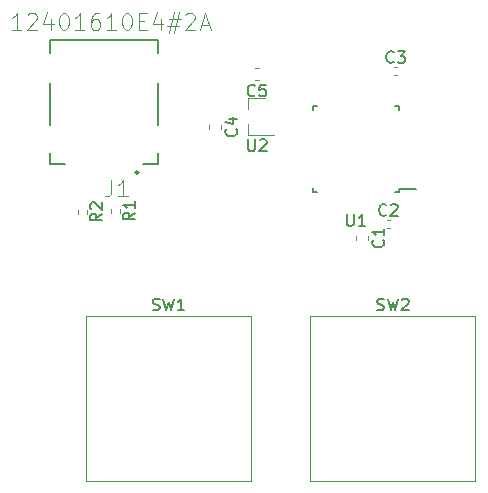
<source format=gbr>
%TF.GenerationSoftware,KiCad,Pcbnew,(5.1.10)-1*%
%TF.CreationDate,2021-07-17T22:11:59-07:00*%
%TF.ProjectId,twokey,74776f6b-6579-42e6-9b69-6361645f7063,rev?*%
%TF.SameCoordinates,Original*%
%TF.FileFunction,Legend,Top*%
%TF.FilePolarity,Positive*%
%FSLAX46Y46*%
G04 Gerber Fmt 4.6, Leading zero omitted, Abs format (unit mm)*
G04 Created by KiCad (PCBNEW (5.1.10)-1) date 2021-07-17 22:11:59*
%MOMM*%
%LPD*%
G01*
G04 APERTURE LIST*
%ADD10C,0.120000*%
%ADD11C,0.150000*%
%ADD12C,0.250000*%
%ADD13C,0.127000*%
%ADD14C,0.050000*%
G04 APERTURE END LIST*
D10*
%TO.C,SW1*%
X124975000Y-124065000D02*
X124975000Y-110095000D01*
X138945000Y-124065000D02*
X124975000Y-124065000D01*
X138945000Y-110095000D02*
X138945000Y-124065000D01*
X124975000Y-110095000D02*
X138945000Y-110095000D01*
D11*
%TO.C,U1*%
X151453000Y-99637000D02*
X151453000Y-99412000D01*
X144203000Y-99637000D02*
X144203000Y-99312000D01*
X144203000Y-92387000D02*
X144203000Y-92712000D01*
X151453000Y-92387000D02*
X151453000Y-92712000D01*
X151453000Y-99637000D02*
X151128000Y-99637000D01*
X151453000Y-92387000D02*
X151128000Y-92387000D01*
X144203000Y-92387000D02*
X144528000Y-92387000D01*
X144203000Y-99637000D02*
X144528000Y-99637000D01*
X151453000Y-99412000D02*
X152878000Y-99412000D01*
D10*
%TO.C,C1*%
X148846000Y-103385233D02*
X148846000Y-103677767D01*
X147826000Y-103385233D02*
X147826000Y-103677767D01*
%TO.C,C2*%
X150446665Y-102002000D02*
X150678335Y-102002000D01*
X150446665Y-102722000D02*
X150678335Y-102722000D01*
%TO.C,C3*%
X151073665Y-89768000D02*
X151305335Y-89768000D01*
X151073665Y-89048000D02*
X151305335Y-89048000D01*
%TO.C,C4*%
X136400000Y-93987233D02*
X136400000Y-94279767D01*
X135380000Y-93987233D02*
X135380000Y-94279767D01*
%TO.C,C5*%
X139592267Y-89152000D02*
X139299733Y-89152000D01*
X139592267Y-90172000D02*
X139299733Y-90172000D01*
D12*
%TO.C,J1*%
X129392000Y-97993000D02*
G75*
G03*
X129392000Y-97993000I-100000J0D01*
G01*
D13*
X121892000Y-97303000D02*
X123192000Y-97303000D01*
X121892000Y-97303000D02*
X121892000Y-96293000D01*
X121892000Y-93993000D02*
X121892000Y-90393000D01*
X121892000Y-87893000D02*
X121892000Y-86803000D01*
X131092000Y-87893000D02*
X131092000Y-86803000D01*
X131092000Y-93993000D02*
X131092000Y-90393000D01*
X131092000Y-97303000D02*
X131092000Y-96293000D01*
X129792000Y-97303000D02*
X131092000Y-97303000D01*
X121892000Y-86803000D02*
X131092000Y-86803000D01*
D10*
%TO.C,R1*%
X127128000Y-101051379D02*
X127128000Y-101386621D01*
X127888000Y-101051379D02*
X127888000Y-101386621D01*
%TO.C,R2*%
X125094000Y-101140879D02*
X125094000Y-101476121D01*
X124334000Y-101140879D02*
X124334000Y-101476121D01*
%TO.C,U2*%
X138702000Y-91638000D02*
X138702000Y-92568000D01*
X138702000Y-94798000D02*
X138702000Y-93868000D01*
X138702000Y-94798000D02*
X140862000Y-94798000D01*
X138702000Y-91638000D02*
X140162000Y-91638000D01*
%TO.C,SW2*%
X143975000Y-110095000D02*
X157945000Y-110095000D01*
X157945000Y-110095000D02*
X157945000Y-124065000D01*
X157945000Y-124065000D02*
X143975000Y-124065000D01*
X143975000Y-124065000D02*
X143975000Y-110095000D01*
%TO.C,SW1*%
D11*
X130626666Y-109610761D02*
X130769523Y-109658380D01*
X131007619Y-109658380D01*
X131102857Y-109610761D01*
X131150476Y-109563142D01*
X131198095Y-109467904D01*
X131198095Y-109372666D01*
X131150476Y-109277428D01*
X131102857Y-109229809D01*
X131007619Y-109182190D01*
X130817142Y-109134571D01*
X130721904Y-109086952D01*
X130674285Y-109039333D01*
X130626666Y-108944095D01*
X130626666Y-108848857D01*
X130674285Y-108753619D01*
X130721904Y-108706000D01*
X130817142Y-108658380D01*
X131055238Y-108658380D01*
X131198095Y-108706000D01*
X131531428Y-108658380D02*
X131769523Y-109658380D01*
X131960000Y-108944095D01*
X132150476Y-109658380D01*
X132388571Y-108658380D01*
X133293333Y-109658380D02*
X132721904Y-109658380D01*
X133007619Y-109658380D02*
X133007619Y-108658380D01*
X132912380Y-108801238D01*
X132817142Y-108896476D01*
X132721904Y-108944095D01*
%TO.C,U1*%
X147066095Y-101514380D02*
X147066095Y-102323904D01*
X147113714Y-102419142D01*
X147161333Y-102466761D01*
X147256571Y-102514380D01*
X147447047Y-102514380D01*
X147542285Y-102466761D01*
X147589904Y-102419142D01*
X147637523Y-102323904D01*
X147637523Y-101514380D01*
X148637523Y-102514380D02*
X148066095Y-102514380D01*
X148351809Y-102514380D02*
X148351809Y-101514380D01*
X148256571Y-101657238D01*
X148161333Y-101752476D01*
X148066095Y-101800095D01*
%TO.C,C1*%
X150123142Y-103698166D02*
X150170761Y-103745785D01*
X150218380Y-103888642D01*
X150218380Y-103983880D01*
X150170761Y-104126738D01*
X150075523Y-104221976D01*
X149980285Y-104269595D01*
X149789809Y-104317214D01*
X149646952Y-104317214D01*
X149456476Y-104269595D01*
X149361238Y-104221976D01*
X149266000Y-104126738D01*
X149218380Y-103983880D01*
X149218380Y-103888642D01*
X149266000Y-103745785D01*
X149313619Y-103698166D01*
X150218380Y-102745785D02*
X150218380Y-103317214D01*
X150218380Y-103031500D02*
X149218380Y-103031500D01*
X149361238Y-103126738D01*
X149456476Y-103221976D01*
X149504095Y-103317214D01*
%TO.C,C2*%
X150395833Y-101559142D02*
X150348214Y-101606761D01*
X150205357Y-101654380D01*
X150110119Y-101654380D01*
X149967261Y-101606761D01*
X149872023Y-101511523D01*
X149824404Y-101416285D01*
X149776785Y-101225809D01*
X149776785Y-101082952D01*
X149824404Y-100892476D01*
X149872023Y-100797238D01*
X149967261Y-100702000D01*
X150110119Y-100654380D01*
X150205357Y-100654380D01*
X150348214Y-100702000D01*
X150395833Y-100749619D01*
X150776785Y-100749619D02*
X150824404Y-100702000D01*
X150919642Y-100654380D01*
X151157738Y-100654380D01*
X151252976Y-100702000D01*
X151300595Y-100749619D01*
X151348214Y-100844857D01*
X151348214Y-100940095D01*
X151300595Y-101082952D01*
X150729166Y-101654380D01*
X151348214Y-101654380D01*
%TO.C,C3*%
X151022833Y-88605142D02*
X150975214Y-88652761D01*
X150832357Y-88700380D01*
X150737119Y-88700380D01*
X150594261Y-88652761D01*
X150499023Y-88557523D01*
X150451404Y-88462285D01*
X150403785Y-88271809D01*
X150403785Y-88128952D01*
X150451404Y-87938476D01*
X150499023Y-87843238D01*
X150594261Y-87748000D01*
X150737119Y-87700380D01*
X150832357Y-87700380D01*
X150975214Y-87748000D01*
X151022833Y-87795619D01*
X151356166Y-87700380D02*
X151975214Y-87700380D01*
X151641880Y-88081333D01*
X151784738Y-88081333D01*
X151879976Y-88128952D01*
X151927595Y-88176571D01*
X151975214Y-88271809D01*
X151975214Y-88509904D01*
X151927595Y-88605142D01*
X151879976Y-88652761D01*
X151784738Y-88700380D01*
X151499023Y-88700380D01*
X151403785Y-88652761D01*
X151356166Y-88605142D01*
%TO.C,C4*%
X137677142Y-94300166D02*
X137724761Y-94347785D01*
X137772380Y-94490642D01*
X137772380Y-94585880D01*
X137724761Y-94728738D01*
X137629523Y-94823976D01*
X137534285Y-94871595D01*
X137343809Y-94919214D01*
X137200952Y-94919214D01*
X137010476Y-94871595D01*
X136915238Y-94823976D01*
X136820000Y-94728738D01*
X136772380Y-94585880D01*
X136772380Y-94490642D01*
X136820000Y-94347785D01*
X136867619Y-94300166D01*
X137105714Y-93443023D02*
X137772380Y-93443023D01*
X136724761Y-93681119D02*
X137439047Y-93919214D01*
X137439047Y-93300166D01*
%TO.C,C5*%
X139279333Y-91449142D02*
X139231714Y-91496761D01*
X139088857Y-91544380D01*
X138993619Y-91544380D01*
X138850761Y-91496761D01*
X138755523Y-91401523D01*
X138707904Y-91306285D01*
X138660285Y-91115809D01*
X138660285Y-90972952D01*
X138707904Y-90782476D01*
X138755523Y-90687238D01*
X138850761Y-90592000D01*
X138993619Y-90544380D01*
X139088857Y-90544380D01*
X139231714Y-90592000D01*
X139279333Y-90639619D01*
X140184095Y-90544380D02*
X139707904Y-90544380D01*
X139660285Y-91020571D01*
X139707904Y-90972952D01*
X139803142Y-90925333D01*
X140041238Y-90925333D01*
X140136476Y-90972952D01*
X140184095Y-91020571D01*
X140231714Y-91115809D01*
X140231714Y-91353904D01*
X140184095Y-91449142D01*
X140136476Y-91496761D01*
X140041238Y-91544380D01*
X139803142Y-91544380D01*
X139707904Y-91496761D01*
X139660285Y-91449142D01*
%TO.C,J1*%
D14*
X127119550Y-98616071D02*
X127119550Y-99616400D01*
X127052861Y-99816465D01*
X126919484Y-99949842D01*
X126719418Y-100016531D01*
X126586041Y-100016531D01*
X128520010Y-100016531D02*
X127719747Y-100016531D01*
X128119878Y-100016531D02*
X128119878Y-98616071D01*
X127986501Y-98816137D01*
X127853124Y-98949514D01*
X127719747Y-99016202D01*
X119502283Y-85898264D02*
X118700980Y-85898264D01*
X119101631Y-85898264D02*
X119101631Y-84495984D01*
X118968081Y-84696310D01*
X118834530Y-84829860D01*
X118700980Y-84896636D01*
X120036485Y-84629535D02*
X120103260Y-84562760D01*
X120236810Y-84495984D01*
X120570686Y-84495984D01*
X120704237Y-84562760D01*
X120771012Y-84629535D01*
X120837787Y-84763085D01*
X120837787Y-84896636D01*
X120771012Y-85096961D01*
X119969709Y-85898264D01*
X120837787Y-85898264D01*
X122039742Y-84963411D02*
X122039742Y-85898264D01*
X121705865Y-84429209D02*
X121371989Y-85430838D01*
X122240067Y-85430838D01*
X123041370Y-84495984D02*
X123174921Y-84495984D01*
X123308471Y-84562760D01*
X123375246Y-84629535D01*
X123442022Y-84763085D01*
X123508797Y-85030186D01*
X123508797Y-85364062D01*
X123442022Y-85631163D01*
X123375246Y-85764714D01*
X123308471Y-85831489D01*
X123174921Y-85898264D01*
X123041370Y-85898264D01*
X122907820Y-85831489D01*
X122841045Y-85764714D01*
X122774269Y-85631163D01*
X122707494Y-85364062D01*
X122707494Y-85030186D01*
X122774269Y-84763085D01*
X122841045Y-84629535D01*
X122907820Y-84562760D01*
X123041370Y-84495984D01*
X124844302Y-85898264D02*
X124042999Y-85898264D01*
X124443650Y-85898264D02*
X124443650Y-84495984D01*
X124310100Y-84696310D01*
X124176549Y-84829860D01*
X124042999Y-84896636D01*
X126046256Y-84495984D02*
X125779155Y-84495984D01*
X125645605Y-84562760D01*
X125578829Y-84629535D01*
X125445279Y-84829860D01*
X125378504Y-85096961D01*
X125378504Y-85631163D01*
X125445279Y-85764714D01*
X125512054Y-85831489D01*
X125645605Y-85898264D01*
X125912705Y-85898264D01*
X126046256Y-85831489D01*
X126113031Y-85764714D01*
X126179806Y-85631163D01*
X126179806Y-85297287D01*
X126113031Y-85163737D01*
X126046256Y-85096961D01*
X125912705Y-85030186D01*
X125645605Y-85030186D01*
X125512054Y-85096961D01*
X125445279Y-85163737D01*
X125378504Y-85297287D01*
X127515311Y-85898264D02*
X126714008Y-85898264D01*
X127114660Y-85898264D02*
X127114660Y-84495984D01*
X126981109Y-84696310D01*
X126847559Y-84829860D01*
X126714008Y-84896636D01*
X128383389Y-84495984D02*
X128516940Y-84495984D01*
X128650490Y-84562760D01*
X128717265Y-84629535D01*
X128784041Y-84763085D01*
X128850816Y-85030186D01*
X128850816Y-85364062D01*
X128784041Y-85631163D01*
X128717265Y-85764714D01*
X128650490Y-85831489D01*
X128516940Y-85898264D01*
X128383389Y-85898264D01*
X128249839Y-85831489D01*
X128183064Y-85764714D01*
X128116288Y-85631163D01*
X128049513Y-85364062D01*
X128049513Y-85030186D01*
X128116288Y-84763085D01*
X128183064Y-84629535D01*
X128249839Y-84562760D01*
X128383389Y-84495984D01*
X129451793Y-85163737D02*
X129919220Y-85163737D01*
X130119545Y-85898264D02*
X129451793Y-85898264D01*
X129451793Y-84495984D01*
X130119545Y-84495984D01*
X131321500Y-84963411D02*
X131321500Y-85898264D01*
X130987624Y-84429209D02*
X130653747Y-85430838D01*
X131521825Y-85430838D01*
X131989252Y-84963411D02*
X132990881Y-84963411D01*
X132389904Y-84362434D02*
X131989252Y-86165365D01*
X132857330Y-85564388D02*
X131855702Y-85564388D01*
X132456679Y-86165365D02*
X132857330Y-84362434D01*
X133391532Y-84629535D02*
X133458307Y-84562760D01*
X133591858Y-84495984D01*
X133925734Y-84495984D01*
X134059285Y-84562760D01*
X134126060Y-84629535D01*
X134192835Y-84763085D01*
X134192835Y-84896636D01*
X134126060Y-85096961D01*
X133324757Y-85898264D01*
X134192835Y-85898264D01*
X134727037Y-85497613D02*
X135394789Y-85497613D01*
X134593486Y-85898264D02*
X135060913Y-84495984D01*
X135528340Y-85898264D01*
%TO.C,R1*%
D11*
X129130380Y-101385666D02*
X128654190Y-101719000D01*
X129130380Y-101957095D02*
X128130380Y-101957095D01*
X128130380Y-101576142D01*
X128178000Y-101480904D01*
X128225619Y-101433285D01*
X128320857Y-101385666D01*
X128463714Y-101385666D01*
X128558952Y-101433285D01*
X128606571Y-101480904D01*
X128654190Y-101576142D01*
X128654190Y-101957095D01*
X129130380Y-100433285D02*
X129130380Y-101004714D01*
X129130380Y-100719000D02*
X128130380Y-100719000D01*
X128273238Y-100814238D01*
X128368476Y-100909476D01*
X128416095Y-101004714D01*
%TO.C,R2*%
X126336380Y-101475166D02*
X125860190Y-101808500D01*
X126336380Y-102046595D02*
X125336380Y-102046595D01*
X125336380Y-101665642D01*
X125384000Y-101570404D01*
X125431619Y-101522785D01*
X125526857Y-101475166D01*
X125669714Y-101475166D01*
X125764952Y-101522785D01*
X125812571Y-101570404D01*
X125860190Y-101665642D01*
X125860190Y-102046595D01*
X125431619Y-101094214D02*
X125384000Y-101046595D01*
X125336380Y-100951357D01*
X125336380Y-100713261D01*
X125384000Y-100618023D01*
X125431619Y-100570404D01*
X125526857Y-100522785D01*
X125622095Y-100522785D01*
X125764952Y-100570404D01*
X126336380Y-101141833D01*
X126336380Y-100522785D01*
%TO.C,U2*%
X138700095Y-95170380D02*
X138700095Y-95979904D01*
X138747714Y-96075142D01*
X138795333Y-96122761D01*
X138890571Y-96170380D01*
X139081047Y-96170380D01*
X139176285Y-96122761D01*
X139223904Y-96075142D01*
X139271523Y-95979904D01*
X139271523Y-95170380D01*
X139700095Y-95265619D02*
X139747714Y-95218000D01*
X139842952Y-95170380D01*
X140081047Y-95170380D01*
X140176285Y-95218000D01*
X140223904Y-95265619D01*
X140271523Y-95360857D01*
X140271523Y-95456095D01*
X140223904Y-95598952D01*
X139652476Y-96170380D01*
X140271523Y-96170380D01*
%TO.C,SW2*%
X149626666Y-109610761D02*
X149769523Y-109658380D01*
X150007619Y-109658380D01*
X150102857Y-109610761D01*
X150150476Y-109563142D01*
X150198095Y-109467904D01*
X150198095Y-109372666D01*
X150150476Y-109277428D01*
X150102857Y-109229809D01*
X150007619Y-109182190D01*
X149817142Y-109134571D01*
X149721904Y-109086952D01*
X149674285Y-109039333D01*
X149626666Y-108944095D01*
X149626666Y-108848857D01*
X149674285Y-108753619D01*
X149721904Y-108706000D01*
X149817142Y-108658380D01*
X150055238Y-108658380D01*
X150198095Y-108706000D01*
X150531428Y-108658380D02*
X150769523Y-109658380D01*
X150960000Y-108944095D01*
X151150476Y-109658380D01*
X151388571Y-108658380D01*
X151721904Y-108753619D02*
X151769523Y-108706000D01*
X151864761Y-108658380D01*
X152102857Y-108658380D01*
X152198095Y-108706000D01*
X152245714Y-108753619D01*
X152293333Y-108848857D01*
X152293333Y-108944095D01*
X152245714Y-109086952D01*
X151674285Y-109658380D01*
X152293333Y-109658380D01*
%TD*%
M02*

</source>
